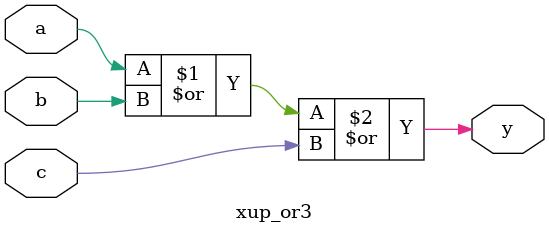
<source format=v>
`timescale 1ns / 1ps
module xup_or3 #(parameter DELAY = 3)(
    input wire a,
    input wire b,
    input wire c,
    output wire y
    );
    
    or #DELAY (y,a,b,c);
    
endmodule

</source>
